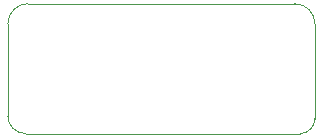
<source format=gbr>
%TF.GenerationSoftware,Altium Limited,Altium Designer,25.8.1 (18)*%
G04 Layer_Color=0*
%FSLAX45Y45*%
%MOMM*%
%TF.SameCoordinates,13E1BA4B-C2ED-4E26-A105-CF6C73A7194F*%
%TF.FilePolarity,Positive*%
%TF.FileFunction,Profile,NP*%
%TF.Part,Single*%
G01*
G75*
%TA.AperFunction,Profile*%
%ADD22C,0.02540*%
D22*
X-1300000Y-399999D02*
G03*
X-1150000Y-550000I150000J0D01*
G01*
X1173000D01*
D02*
G03*
X1300000Y-423000I0J127000D01*
G01*
Y379290D01*
D02*
G03*
X1129290Y550000I-170710J0D01*
G01*
X-1129289D01*
D02*
G03*
X-1300000Y379289I0J-170711D01*
G01*
Y-399999D01*
%TF.MD5,3c4f91665746d0df5132004fcb0b9840*%
M02*

</source>
